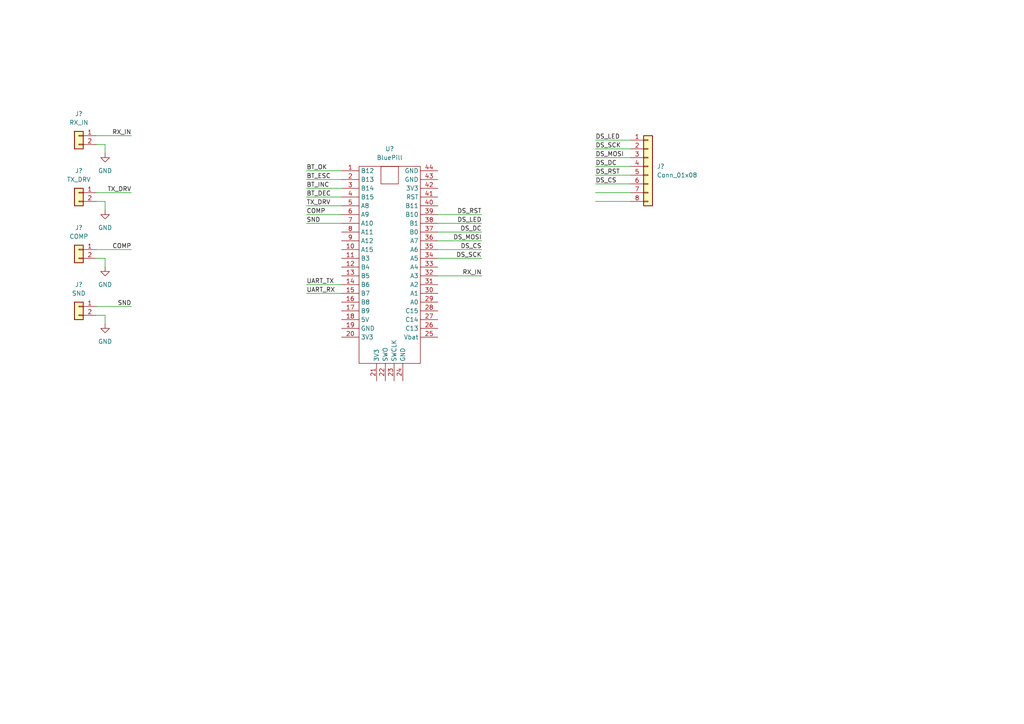
<source format=kicad_sch>
(kicad_sch (version 20211123) (generator eeschema)
  (paper "A4")
  (lib_symbols
    (symbol "Connector_Generic:Conn_01x02" (pin_names (offset 1.016) hide)
      (property "Reference" "J" (at 0 2.54 0))
      (property "Value" "Conn_01x02" (at 0 -5.08 0))
      (symbol "Conn_01x02_1_1"
        (rectangle (start -1.27 -2.413) (end 0 -2.667) (stroke (width 0.1524)))
        (rectangle (start -1.27 0.127) (end 0 -0.127) (stroke (width 0.1524)))
        (rectangle (start -1.27 1.27) (end 1.27 -3.81) (stroke (width 0.254)) (fill (type background)))
        (pin passive line (at -5.08 0 0) (length 3.81) (name "Pin_1") (number "1"))
        (pin passive line (at -5.08 -2.54 0) (length 3.81) (name "Pin_2") (number "2"))
      )
    )
    (symbol "Connector_Generic:Conn_01x08" (pin_names (offset 1.016) hide)
      (property "Reference" "J" (at 0 10.16 0))
      (property "Value" "Conn_01x08" (at 0 -12.7 0))
      (symbol "Conn_01x08_1_1"
        (rectangle (start -1.27 -10.033) (end 0 -10.287) (stroke (width 0.1524)))
        (rectangle (start -1.27 -7.493) (end 0 -7.747) (stroke (width 0.1524)))
        (rectangle (start -1.27 -4.953) (end 0 -5.207) (stroke (width 0.1524)))
        (rectangle (start -1.27 -2.413) (end 0 -2.667) (stroke (width 0.1524)))
        (rectangle (start -1.27 0.127) (end 0 -0.127) (stroke (width 0.1524)))
        (rectangle (start -1.27 2.667) (end 0 2.413) (stroke (width 0.1524)))
        (rectangle (start -1.27 5.207) (end 0 4.953) (stroke (width 0.1524)))
        (rectangle (start -1.27 7.747) (end 0 7.493) (stroke (width 0.1524)))
        (rectangle (start -1.27 8.89) (end 1.27 -11.43) (stroke (width 0.254)) (fill (type background)))
        (pin passive line (at -5.08 7.62 0) (length 3.81) (name "Pin_1") (number "1"))
        (pin passive line (at -5.08 5.08 0) (length 3.81) (name "Pin_2") (number "2"))
        (pin passive line (at -5.08 2.54 0) (length 3.81) (name "Pin_3") (number "3"))
        (pin passive line (at -5.08 0 0) (length 3.81) (name "Pin_4") (number "4"))
        (pin passive line (at -5.08 -2.54 0) (length 3.81) (name "Pin_5") (number "5"))
        (pin passive line (at -5.08 -5.08 0) (length 3.81) (name "Pin_6") (number "6"))
        (pin passive line (at -5.08 -7.62 0) (length 3.81) (name "Pin_7") (number "7"))
        (pin passive line (at -5.08 -10.16 0) (length 3.81) (name "Pin_8") (number "8"))
      )
    )
    (symbol "local:BluePill"
      (property "Reference" "U" (at 3.81 35.56 0))
      (property "Value" "BluePill" (at 3.81 -15.24 0))
      (symbol "BluePill_0_1"
        (rectangle (start -5.08 33.02) (end 12.7 -24.13))
        (rectangle (start 1.27 33.02) (end 6.35 27.94))
      )
      (symbol "BluePill_1_1"
        (pin bidirectional line (at -10.16 31.75 0) (length 5.08) (name "B12") (number "1"))
        (pin bidirectional line (at -10.16 8.89 0) (length 5.08) (name "A15") (number "10"))
        (pin bidirectional line (at -10.16 6.35 0) (length 5.08) (name "B3") (number "11"))
        (pin bidirectional line (at -10.16 3.81 0) (length 5.08) (name "B4") (number "12"))
        (pin bidirectional line (at -10.16 1.27 0) (length 5.08) (name "B5") (number "13"))
        (pin bidirectional line (at -10.16 -1.27 0) (length 5.08) (name "B6") (number "14"))
        (pin bidirectional line (at -10.16 -3.81 0) (length 5.08) (name "B7") (number "15"))
        (pin bidirectional line (at -10.16 -6.35 0) (length 5.08) (name "B8") (number "16"))
        (pin bidirectional line (at -10.16 -8.89 0) (length 5.08) (name "B9") (number "17"))
        (pin power_in line (at -10.16 -11.43 0) (length 5.08) (name "5V") (number "18"))
        (pin power_in line (at -10.16 -13.97 0) (length 5.08) (name "GND") (number "19"))
        (pin bidirectional line (at -10.16 29.21 0) (length 5.08) (name "B13") (number "2"))
        (pin power_out line (at -10.16 -16.51 0) (length 5.08) (name "3V3") (number "20"))
        (pin power_out line (at 0 -29.21 90) (length 5.08) (name "3V3") (number "21"))
        (pin bidirectional line (at 2.54 -29.21 90) (length 5.08) (name "SWO") (number "22"))
        (pin input line (at 5.08 -29.21 90) (length 5.08) (name "SWCLK") (number "23"))
        (pin power_in line (at 7.62 -29.21 90) (length 5.08) (name "GND") (number "24"))
        (pin power_in line (at 17.78 -16.51 180) (length 5.08) (name "Vbat") (number "25"))
        (pin bidirectional line (at 17.78 -13.97 180) (length 5.08) (name "C13") (number "26"))
        (pin bidirectional line (at 17.78 -11.43 180) (length 5.08) (name "C14") (number "27"))
        (pin bidirectional line (at 17.78 -8.89 180) (length 5.08) (name "C15") (number "28"))
        (pin bidirectional line (at 17.78 -6.35 180) (length 5.08) (name "A0") (number "29"))
        (pin bidirectional line (at -10.16 26.67 0) (length 5.08) (name "B14") (number "3"))
        (pin bidirectional line (at 17.78 -3.81 180) (length 5.08) (name "A1") (number "30"))
        (pin bidirectional line (at 17.78 -1.27 180) (length 5.08) (name "A2") (number "31"))
        (pin bidirectional line (at 17.78 1.27 180) (length 5.08) (name "A3") (number "32"))
        (pin bidirectional line (at 17.78 3.81 180) (length 5.08) (name "A4") (number "33"))
        (pin bidirectional line (at 17.78 6.35 180) (length 5.08) (name "A5") (number "34"))
        (pin bidirectional line (at 17.78 8.89 180) (length 5.08) (name "A6") (number "35"))
        (pin bidirectional line (at 17.78 11.43 180) (length 5.08) (name "A7") (number "36"))
        (pin bidirectional line (at 17.78 13.97 180) (length 5.08) (name "B0") (number "37"))
        (pin bidirectional line (at 17.78 16.51 180) (length 5.08) (name "B1") (number "38"))
        (pin bidirectional line (at 17.78 19.05 180) (length 5.08) (name "B10") (number "39"))
        (pin bidirectional line (at -10.16 24.13 0) (length 5.08) (name "B15") (number "4"))
        (pin bidirectional line (at 17.78 21.59 180) (length 5.08) (name "B11") (number "40"))
        (pin input line (at 17.78 24.13 180) (length 5.08) (name "RST") (number "41"))
        (pin power_out line (at 17.78 26.67 180) (length 5.08) (name "3V3") (number "42"))
        (pin power_out line (at 17.78 29.21 180) (length 5.08) (name "GND") (number "43"))
        (pin power_out line (at 17.78 31.75 180) (length 5.08) (name "GND") (number "44"))
        (pin bidirectional line (at -10.16 21.59 0) (length 5.08) (name "A8") (number "5"))
        (pin bidirectional line (at -10.16 19.05 0) (length 5.08) (name "A9") (number "6"))
        (pin bidirectional line (at -10.16 16.51 0) (length 5.08) (name "A10") (number "7"))
        (pin bidirectional line (at -10.16 13.97 0) (length 5.08) (name "A11") (number "8"))
        (pin bidirectional line (at -10.16 11.43 0) (length 5.08) (name "A12") (number "9"))
      )
    )
    (symbol "power:GND" (power) (pin_names (offset 0))
      (property "Value" "GND" (at 0 -3.81 0))
      (symbol "GND_0_1"
        (polyline (pts (xy 0 0) (xy 0 -1.27) (xy 1.27 -1.27) (xy 0 -2.54) (xy -1.27 -1.27) (xy 0 -1.27)))
      )
      (symbol "GND_1_1"
        (pin power_in line (at 0 0 270) (length 0) hide (name "GND") (number "1"))
      )
    )
  )
  (wire (pts (xy 88.9 85.09) (xy 99.06 85.09)))
  (wire (pts (xy 172.72 53.34) (xy 182.88 53.34)))
  (wire (pts (xy 30.48 44.45) (xy 30.48 41.91)))
  (wire (pts (xy 30.48 58.42) (xy 27.94 58.42)))
  (wire (pts (xy 30.48 93.98) (xy 30.48 91.44)))
  (wire (pts (xy 30.48 41.91) (xy 27.94 41.91)))
  (wire (pts (xy 30.48 74.93) (xy 27.94 74.93)))
  (wire (pts (xy 27.94 72.39) (xy 38.1 72.39)))
  (wire (pts (xy 172.72 48.26) (xy 182.88 48.26)))
  (wire (pts (xy 172.72 50.8) (xy 182.88 50.8)))
  (wire (pts (xy 27.94 39.37) (xy 38.1 39.37)))
  (wire (pts (xy 127 80.01) (xy 139.7 80.01)))
  (wire (pts (xy 88.9 49.53) (xy 99.06 49.53)))
  (wire (pts (xy 88.9 62.23) (xy 99.06 62.23)))
  (wire (pts (xy 172.72 55.88) (xy 182.88 55.88)))
  (wire (pts (xy 127 67.31) (xy 139.7 67.31)))
  (wire (pts (xy 27.94 88.9) (xy 38.1 88.9)))
  (wire (pts (xy 88.9 64.77) (xy 99.06 64.77)))
  (wire (pts (xy 172.72 43.18) (xy 182.88 43.18)))
  (wire (pts (xy 127 74.93) (xy 139.7 74.93)))
  (wire (pts (xy 127 69.85) (xy 139.7 69.85)))
  (wire (pts (xy 30.48 77.47) (xy 30.48 74.93)))
  (wire (pts (xy 27.94 55.88) (xy 38.1 55.88)))
  (wire (pts (xy 88.9 82.55) (xy 99.06 82.55)))
  (wire (pts (xy 127 62.23) (xy 139.7 62.23)))
  (wire (pts (xy 88.9 57.15) (xy 99.06 57.15)))
  (wire (pts (xy 127 72.39) (xy 139.7 72.39)))
  (wire (pts (xy 172.72 45.72) (xy 182.88 45.72)))
  (wire (pts (xy 30.48 91.44) (xy 27.94 91.44)))
  (wire (pts (xy 88.9 52.07) (xy 99.06 52.07)))
  (wire (pts (xy 88.9 59.69) (xy 99.06 59.69)))
  (wire (pts (xy 172.72 58.42) (xy 182.88 58.42)))
  (wire (pts (xy 88.9 54.61) (xy 99.06 54.61)))
  (wire (pts (xy 30.48 60.96) (xy 30.48 58.42)))
  (wire (pts (xy 127 64.77) (xy 139.7 64.77)))
  (wire (pts (xy 172.72 40.64) (xy 182.88 40.64)))
  (label "DS_DC" (at 139.7 67.31 180))
  (label "BT_OK" (at 88.9 49.53 0))
  (label "BT_DEC" (at 88.9 57.15 0))
  (label "DS_CS" (at 139.7 72.39 180))
  (label "RX_IN" (at 38.1 39.37 180))
  (label "DS_CS" (at 172.72 53.34 0))
  (label "DS_RST" (at 172.72 50.8 0))
  (label "DS_MOSI" (at 139.7 69.85 180))
  (label "UART_RX" (at 88.9 85.09 0))
  (label "SND" (at 88.9 64.77 0))
  (label "BT_ESC" (at 88.9 52.07 0))
  (label "COMP" (at 38.1 72.39 180))
  (label "DS_RST" (at 139.7 62.23 180))
  (label "DS_LED" (at 139.7 64.77 180))
  (label "DS_SCK" (at 172.72 43.18 0))
  (label "DS_DC" (at 172.72 48.26 0))
  (label "SND" (at 38.1 88.9 180))
  (label "DS_LED" (at 172.72 40.64 0))
  (label "COMP" (at 88.9 62.23 0))
  (label "DS_SCK" (at 139.7 74.93 180))
  (label "BT_INC" (at 88.9 54.61 0))
  (label "TX_DRV" (at 38.1 55.88 180))
  (label "RX_IN" (at 139.7 80.01 180))
  (label "TX_DRV" (at 88.9 59.69 0))
  (label "DS_MOSI" (at 172.72 45.72 0))
  (label "UART_TX" (at 88.9 82.55 0))
  (symbol (lib_id "Connector_Generic:Conn_01x02") (at 22.86 88.9 0) (mirror y) (unit 1)
    (property "Reference" "J?" (at 22.86 82.55 0))
    (property "Value" "SND" (at 22.86 85.09 0))
  )
  (symbol (lib_id "Connector_Generic:Conn_01x02") (at 22.86 72.39 0) (mirror y) (unit 1)
    (property "Reference" "J?" (at 22.86 66.04 0))
    (property "Value" "COMP" (at 22.86 68.58 0))
  )
  (symbol (lib_id "power:GND") (at 30.48 44.45 0) (unit 1)
    (property "Reference" "#PWR?" (effects hide))
    (property "Value" "GND" (at 30.48 49.53 0))
  )
  (symbol (lib_id "Connector_Generic:Conn_01x08") (at 187.96 48.26 0) (unit 1)
    (property "Reference" "J?" (at 190.5 48.2599 0) (effects (justify left)))
    (property "Value" "Conn_01x08" (at 190.5 50.7999 0) (effects (justify left)))
  )
  (symbol (lib_id "Connector_Generic:Conn_01x02") (at 22.86 55.88 0) (mirror y) (unit 1)
    (property "Reference" "J?" (at 22.86 49.53 0))
    (property "Value" "TX_DRV" (at 22.86 52.07 0))
  )
  (symbol (lib_id "Connector_Generic:Conn_01x02") (at 22.86 39.37 0) (mirror y) (unit 1)
    (property "Reference" "J?" (at 22.86 33.02 0))
    (property "Value" "RX_IN" (at 22.86 35.56 0))
  )
  (symbol (lib_id "power:GND") (at 30.48 77.47 0) (unit 1)
    (property "Reference" "#PWR?" (effects hide))
    (property "Value" "GND" (at 30.48 82.55 0))
  )
  (symbol (lib_id "local:BluePill") (at 109.22 81.28 0) (unit 1)
    (property "Reference" "U?" (at 113.03 43.18 0))
    (property "Value" "BluePill" (at 113.03 45.72 0))
  )
  (symbol (lib_id "power:GND") (at 30.48 93.98 0) (unit 1)
    (property "Reference" "#PWR?" (effects hide))
    (property "Value" "GND" (at 30.48 99.06 0))
  )
  (symbol (lib_id "power:GND") (at 30.48 60.96 0) (unit 1)
    (property "Reference" "#PWR?" (effects hide))
    (property "Value" "GND" (at 30.48 66.04 0))
  )
)
</source>
